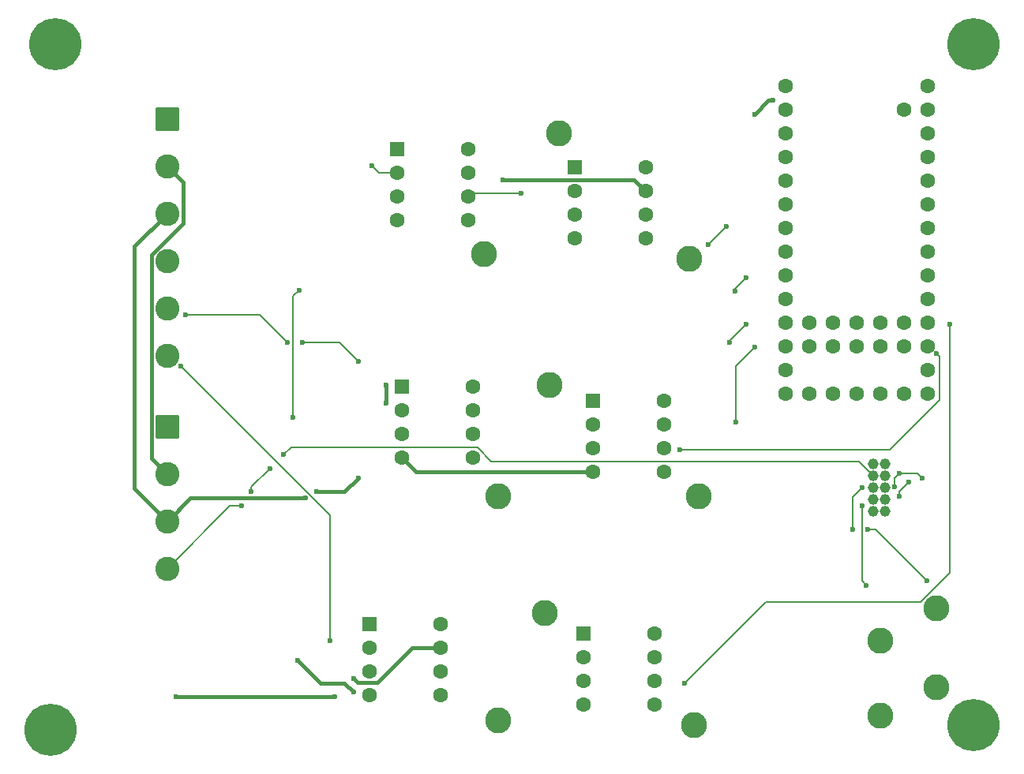
<source format=gbr>
%TF.GenerationSoftware,KiCad,Pcbnew,9.0.2*%
%TF.CreationDate,2025-07-17T12:33:06-04:00*%
%TF.ProjectId,Mirror+QC_Control,4d697272-6f72-42b5-9143-5f436f6e7472,rev?*%
%TF.SameCoordinates,Original*%
%TF.FileFunction,Copper,L2,Bot*%
%TF.FilePolarity,Positive*%
%FSLAX46Y46*%
G04 Gerber Fmt 4.6, Leading zero omitted, Abs format (unit mm)*
G04 Created by KiCad (PCBNEW 9.0.2) date 2025-07-17 12:33:06*
%MOMM*%
%LPD*%
G01*
G04 APERTURE LIST*
G04 Aperture macros list*
%AMRoundRect*
0 Rectangle with rounded corners*
0 $1 Rounding radius*
0 $2 $3 $4 $5 $6 $7 $8 $9 X,Y pos of 4 corners*
0 Add a 4 corners polygon primitive as box body*
4,1,4,$2,$3,$4,$5,$6,$7,$8,$9,$2,$3,0*
0 Add four circle primitives for the rounded corners*
1,1,$1+$1,$2,$3*
1,1,$1+$1,$4,$5*
1,1,$1+$1,$6,$7*
1,1,$1+$1,$8,$9*
0 Add four rect primitives between the rounded corners*
20,1,$1+$1,$2,$3,$4,$5,0*
20,1,$1+$1,$4,$5,$6,$7,0*
20,1,$1+$1,$6,$7,$8,$9,0*
20,1,$1+$1,$8,$9,$2,$3,0*%
G04 Aperture macros list end*
%TA.AperFunction,ComponentPad*%
%ADD10C,1.600000*%
%TD*%
%TA.AperFunction,ComponentPad*%
%ADD11C,1.168400*%
%TD*%
%TA.AperFunction,ComponentPad*%
%ADD12RoundRect,0.250000X-1.050000X1.050000X-1.050000X-1.050000X1.050000X-1.050000X1.050000X1.050000X0*%
%TD*%
%TA.AperFunction,ComponentPad*%
%ADD13C,2.600000*%
%TD*%
%TA.AperFunction,ComponentPad*%
%ADD14RoundRect,0.250000X-0.550000X-0.550000X0.550000X-0.550000X0.550000X0.550000X-0.550000X0.550000X0*%
%TD*%
%TA.AperFunction,ConnectorPad*%
%ADD15C,5.600000*%
%TD*%
%TA.AperFunction,ComponentPad*%
%ADD16C,3.600000*%
%TD*%
%TA.AperFunction,ComponentPad*%
%ADD17C,2.800000*%
%TD*%
%TA.AperFunction,ViaPad*%
%ADD18C,0.600000*%
%TD*%
%TA.AperFunction,Conductor*%
%ADD19C,0.200000*%
%TD*%
%TA.AperFunction,Conductor*%
%ADD20C,0.381000*%
%TD*%
G04 APERTURE END LIST*
D10*
%TO.P,U7,17,GND*%
%TO.N,GND*%
X130420000Y-65980000D03*
%TO.P,U7,18,PROGRAM*%
%TO.N,unconnected-(U7-PROGRAM-Pad18)*%
X132960000Y-65980000D03*
%TO.P,U7,19,ON_OFF*%
%TO.N,unconnected-(U7-ON_OFF-Pad19)*%
X135500000Y-65980000D03*
%TO.P,U7,20,13_SCK_CRX1_LED*%
%TO.N,/SCLK*%
X138040000Y-65980000D03*
%TO.P,U7,16,3V3*%
%TO.N,unconnected-(U7-3V3-Pad16)*%
X127880000Y-65980000D03*
%TO.P,U7,15,VBAT*%
%TO.N,unconnected-(U7-VBAT-Pad15)*%
X125340000Y-65980000D03*
%TO.P,U7,14,12_MISO_MQSL*%
%TO.N,unconnected-(U7-12_MISO_MQSL-Pad14)*%
X122800000Y-65980000D03*
%TO.P,U7,21,14_A0_TX3_SPDIF_OUT*%
%TO.N,/x_stage2*%
X138040000Y-63440000D03*
%TO.P,U7,22,15_A1_RX3_SPDIF_IN*%
%TO.N,/y_stage2*%
X138040000Y-60900000D03*
%TO.P,U7,23,16_A2_RX4_SCL1*%
%TO.N,/sum_stage2*%
X138040000Y-58360000D03*
%TO.P,U7,24,17_A3_TX4_SDA1*%
%TO.N,unconnected-(U7-17_A3_TX4_SDA1-Pad24)*%
X138040000Y-55820000D03*
%TO.P,U7,25,18_A4_SDA0*%
%TO.N,unconnected-(U7-18_A4_SDA0-Pad25)*%
X138040000Y-53280000D03*
%TO.P,U7,26,19_A5_SCL0*%
%TO.N,unconnected-(U7-19_A5_SCL0-Pad26)*%
X138040000Y-50740000D03*
%TO.P,U7,27,20_A6_TX5_LRCLK1*%
%TO.N,unconnected-(U7-20_A6_TX5_LRCLK1-Pad27)*%
X138040000Y-48200000D03*
%TO.P,U7,28,21_A7_RX5_BCLK1*%
%TO.N,unconnected-(U7-21_A7_RX5_BCLK1-Pad28)*%
X138040000Y-45660000D03*
%TO.P,U7,29,22_A8_CTX1*%
%TO.N,unconnected-(U7-22_A8_CTX1-Pad29)*%
X138040000Y-43120000D03*
%TO.P,U7,30,23_A9_CRX1_MCLK1*%
%TO.N,unconnected-(U7-23_A9_CRX1_MCLK1-Pad30)*%
X138040000Y-40580000D03*
%TO.P,U7,31,3V3*%
%TO.N,unconnected-(U7-3V3-Pad31)*%
X138040000Y-38040000D03*
%TO.P,U7,32,GND*%
%TO.N,GND*%
X138040000Y-35500000D03*
%TO.P,U7,33,VIN*%
%TO.N,unconnected-(U7-VIN-Pad33)*%
X138040000Y-32960000D03*
%TO.P,U7,34,VUSB*%
%TO.N,unconnected-(U7-VUSB-Pad34)*%
X135500000Y-35500000D03*
%TO.P,U7,13,11_MOSI_CTX1*%
%TO.N,/DIN*%
X122800000Y-63440000D03*
%TO.P,U7,12,10_CS_MQSR*%
%TO.N,/FCLK_Y*%
X122800000Y-60900000D03*
%TO.P,U7,11,9_OUT1C*%
%TO.N,/FCLK_X*%
X122800000Y-58360000D03*
%TO.P,U7,10,8_TX2_IN1*%
%TO.N,unconnected-(U7-8_TX2_IN1-Pad10)*%
X122800000Y-55820000D03*
%TO.P,U7,9,7_RX2_OUT1A*%
%TO.N,/SYNC*%
X122800000Y-53280000D03*
%TO.P,U7,8,6_OUT1D*%
%TO.N,unconnected-(U7-6_OUT1D-Pad8)*%
X122800000Y-50740000D03*
%TO.P,U7,7,5_IN2*%
%TO.N,/EN*%
X122800000Y-48200000D03*
%TO.P,U7,6,4_BCLK2*%
%TO.N,unconnected-(U7-4_BCLK2-Pad6)*%
X122800000Y-45660000D03*
%TO.P,U7,5,3_LRCLK2*%
%TO.N,unconnected-(U7-3_LRCLK2-Pad5)*%
X122800000Y-43120000D03*
%TO.P,U7,4,2_OUT2*%
%TO.N,unconnected-(U7-2_OUT2-Pad4)*%
X122800000Y-40580000D03*
%TO.P,U7,3,1_TX1_CTX2_MISO1*%
%TO.N,unconnected-(U7-1_TX1_CTX2_MISO1-Pad3)*%
X122800000Y-38040000D03*
%TO.P,U7,2,0_RX1_CRX2_CS1*%
%TO.N,unconnected-(U7-0_RX1_CRX2_CS1-Pad2)*%
X122800000Y-35500000D03*
%TO.P,U7,1,GND*%
%TO.N,GND*%
X122800000Y-32960000D03*
%TO.P,U7,35,24_A10_TX6_SCL2*%
%TO.N,unconnected-(U7-24_A10_TX6_SCL2-Pad35)*%
X135500000Y-60900000D03*
%TO.P,U7,36,25_A11_RX6_SDA2*%
%TO.N,unconnected-(U7-25_A11_RX6_SDA2-Pad36)*%
X135500000Y-58360000D03*
%TO.P,U7,37,26_A12_MOSI1*%
%TO.N,unconnected-(U7-26_A12_MOSI1-Pad37)*%
X132960000Y-60900000D03*
%TO.P,U7,38,27_A13_SCK1*%
%TO.N,unconnected-(U7-27_A13_SCK1-Pad38)*%
X132960000Y-58360000D03*
%TO.P,U7,39,28_RX7*%
%TO.N,unconnected-(U7-28_RX7-Pad39)*%
X130420000Y-60900000D03*
%TO.P,U7,40,29_TX7*%
%TO.N,unconnected-(U7-29_TX7-Pad40)*%
X130420000Y-58360000D03*
%TO.P,U7,41,30_CRX3*%
%TO.N,unconnected-(U7-30_CRX3-Pad41)*%
X127880000Y-60900000D03*
%TO.P,U7,42,31_CTX3*%
%TO.N,unconnected-(U7-31_CTX3-Pad42)*%
X127880000Y-58360000D03*
%TO.P,U7,43,32_OUT1B*%
%TO.N,unconnected-(U7-32_OUT1B-Pad43)*%
X125340000Y-60900000D03*
%TO.P,U7,44,33_MCLK2*%
%TO.N,unconnected-(U7-33_MCLK2-Pad44)*%
X125340000Y-58360000D03*
%TD*%
D11*
%TO.P,J4,1,1*%
%TO.N,unconnected-(J4-Pad1)*%
X132230000Y-73500000D03*
%TO.P,J4,2,2*%
%TO.N,unconnected-(J4-Pad2)*%
X133500000Y-73500000D03*
%TO.P,J4,3,3*%
%TO.N,+5V*%
X132230000Y-74770000D03*
%TO.P,J4,4,4*%
%TO.N,GND*%
X133500000Y-74770000D03*
%TO.P,J4,5,5*%
%TO.N,/EN*%
X132230000Y-76040000D03*
%TO.P,J4,6,6*%
%TO.N,/DIN*%
X133500000Y-76040000D03*
%TO.P,J4,7,7*%
%TO.N,/SYNC*%
X132230000Y-77310000D03*
%TO.P,J4,8,8*%
%TO.N,/SCLK*%
X133500000Y-77310000D03*
%TO.P,J4,9,9*%
%TO.N,/FCLK_X*%
X132230000Y-78580000D03*
%TO.P,J4,10,10*%
%TO.N,/FCLK_Y*%
X133500000Y-78580000D03*
%TD*%
D12*
%TO.P,J3,1,Pin_1*%
%TO.N,GND*%
X56500000Y-36500000D03*
D13*
%TO.P,J3,2,Pin_2*%
%TO.N,+15V*%
X56500000Y-41580000D03*
%TO.P,J3,3,Pin_3*%
%TO.N,-15V*%
X56500000Y-46660000D03*
%TO.P,J3,4,Pin_4*%
%TO.N,/x+*%
X56500000Y-51740000D03*
%TO.P,J3,5,Pin_5*%
%TO.N,/y+*%
X56500000Y-56820000D03*
%TO.P,J3,6,Pin_6*%
%TO.N,/sum*%
X56500000Y-61900000D03*
%TD*%
D14*
%TO.P,U11,1,BAL*%
%TO.N,unconnected-(U11-BAL-Pad1)*%
X100195000Y-41690000D03*
D10*
%TO.P,U11,2,-*%
%TO.N,Net-(U11--)*%
X100195000Y-44230000D03*
%TO.P,U11,3,+*%
%TO.N,GND*%
X100195000Y-46770000D03*
%TO.P,U11,4,V-*%
%TO.N,-15V*%
X100195000Y-49310000D03*
%TO.P,U11,5,COMP*%
%TO.N,unconnected-(U11-COMP-Pad5)*%
X107815000Y-49310000D03*
%TO.P,U11,6*%
%TO.N,/x_stage2*%
X107815000Y-46770000D03*
%TO.P,U11,7,V+*%
%TO.N,+15V*%
X107815000Y-44230000D03*
%TO.P,U11,8,C/B*%
%TO.N,unconnected-(U11-C{slash}B-Pad8)*%
X107815000Y-41690000D03*
%TD*%
D14*
%TO.P,U10,1,BAL*%
%TO.N,unconnected-(U10-BAL-Pad1)*%
X81195000Y-39690000D03*
D10*
%TO.P,U10,2,-*%
%TO.N,Net-(U10--)*%
X81195000Y-42230000D03*
%TO.P,U10,3,+*%
%TO.N,GND*%
X81195000Y-44770000D03*
%TO.P,U10,4,V-*%
%TO.N,-15V*%
X81195000Y-47310000D03*
%TO.P,U10,5,COMP*%
%TO.N,unconnected-(U10-COMP-Pad5)*%
X88815000Y-47310000D03*
%TO.P,U10,6*%
%TO.N,/x_stage1*%
X88815000Y-44770000D03*
%TO.P,U10,7,V+*%
%TO.N,+15V*%
X88815000Y-42230000D03*
%TO.P,U10,8,C/B*%
%TO.N,unconnected-(U10-C{slash}B-Pad8)*%
X88815000Y-39690000D03*
%TD*%
D14*
%TO.P,U6,1,BAL*%
%TO.N,unconnected-(U6-BAL-Pad1)*%
X101195000Y-91690000D03*
D10*
%TO.P,U6,2,-*%
%TO.N,Net-(U6--)*%
X101195000Y-94230000D03*
%TO.P,U6,3,+*%
%TO.N,GND*%
X101195000Y-96770000D03*
%TO.P,U6,4,V-*%
%TO.N,-15V*%
X101195000Y-99310000D03*
%TO.P,U6,5,COMP*%
%TO.N,unconnected-(U6-COMP-Pad5)*%
X108815000Y-99310000D03*
%TO.P,U6,6*%
%TO.N,/sum_stage2*%
X108815000Y-96770000D03*
%TO.P,U6,7,V+*%
%TO.N,+15V*%
X108815000Y-94230000D03*
%TO.P,U6,8,C/B*%
%TO.N,unconnected-(U6-C{slash}B-Pad8)*%
X108815000Y-91690000D03*
%TD*%
D14*
%TO.P,U5,1,BAL*%
%TO.N,unconnected-(U5-BAL-Pad1)*%
X78195000Y-90690000D03*
D10*
%TO.P,U5,2,-*%
%TO.N,Net-(U5--)*%
X78195000Y-93230000D03*
%TO.P,U5,3,+*%
%TO.N,GND*%
X78195000Y-95770000D03*
%TO.P,U5,4,V-*%
%TO.N,-15V*%
X78195000Y-98310000D03*
%TO.P,U5,5,COMP*%
%TO.N,unconnected-(U5-COMP-Pad5)*%
X85815000Y-98310000D03*
%TO.P,U5,6*%
%TO.N,/sum_stage1*%
X85815000Y-95770000D03*
%TO.P,U5,7,V+*%
%TO.N,+15V*%
X85815000Y-93230000D03*
%TO.P,U5,8,C/B*%
%TO.N,unconnected-(U5-C{slash}B-Pad8)*%
X85815000Y-90690000D03*
%TD*%
D14*
%TO.P,U3,1,BAL*%
%TO.N,unconnected-(U3-BAL-Pad1)*%
X102195000Y-66690000D03*
D10*
%TO.P,U3,2,-*%
%TO.N,Net-(U3--)*%
X102195000Y-69230000D03*
%TO.P,U3,3,+*%
%TO.N,GND*%
X102195000Y-71770000D03*
%TO.P,U3,4,V-*%
%TO.N,-15V*%
X102195000Y-74310000D03*
%TO.P,U3,5,COMP*%
%TO.N,unconnected-(U3-COMP-Pad5)*%
X109815000Y-74310000D03*
%TO.P,U3,6*%
%TO.N,/y_stage2*%
X109815000Y-71770000D03*
%TO.P,U3,7,V+*%
%TO.N,+15V*%
X109815000Y-69230000D03*
%TO.P,U3,8,C/B*%
%TO.N,unconnected-(U3-C{slash}B-Pad8)*%
X109815000Y-66690000D03*
%TD*%
D14*
%TO.P,U1,1,BAL*%
%TO.N,unconnected-(U1-BAL-Pad1)*%
X81695000Y-65190000D03*
D10*
%TO.P,U1,2,-*%
%TO.N,Net-(U1--)*%
X81695000Y-67730000D03*
%TO.P,U1,3,+*%
%TO.N,GND*%
X81695000Y-70270000D03*
%TO.P,U1,4,V-*%
%TO.N,-15V*%
X81695000Y-72810000D03*
%TO.P,U1,5,COMP*%
%TO.N,unconnected-(U1-COMP-Pad5)*%
X89315000Y-72810000D03*
%TO.P,U1,6*%
%TO.N,/y_stage1*%
X89315000Y-70270000D03*
%TO.P,U1,7,V+*%
%TO.N,+15V*%
X89315000Y-67730000D03*
%TO.P,U1,8,C/B*%
%TO.N,unconnected-(U1-C{slash}B-Pad8)*%
X89315000Y-65190000D03*
%TD*%
D15*
%TO.P,H1,1*%
%TO.N,N/C*%
X44500000Y-28500000D03*
D16*
X44500000Y-28500000D03*
%TD*%
%TO.P,H2,1*%
%TO.N,N/C*%
X44000000Y-102000000D03*
D15*
X44000000Y-102000000D03*
%TD*%
D16*
%TO.P,H3,1*%
%TO.N,N/C*%
X143000000Y-28500000D03*
D15*
X143000000Y-28500000D03*
%TD*%
%TO.P,H4,1*%
%TO.N,N/C*%
X143000000Y-101500000D03*
D16*
X143000000Y-101500000D03*
%TD*%
D17*
%TO.P,TP_EN1,1,1*%
%TO.N,/EN*%
X139000000Y-89000000D03*
%TD*%
%TO.P,SumStage1,1,1*%
%TO.N,/sum_stage1*%
X92000000Y-101000000D03*
%TD*%
%TO.P,SumStage2,1,1*%
%TO.N,/sum_stage2*%
X113000000Y-101500000D03*
%TD*%
%TO.P,GND3,1,1*%
%TO.N,GND*%
X97000000Y-89500000D03*
%TD*%
%TO.P,GND2,1,1*%
%TO.N,GND*%
X97500000Y-65000000D03*
%TD*%
%TO.P,YStage1,1,1*%
%TO.N,/y_stage1*%
X92000000Y-77000000D03*
%TD*%
%TO.P,YStage2,1,1*%
%TO.N,/y_stage2*%
X113500000Y-77000000D03*
%TD*%
%TO.P,GND4,1,1*%
%TO.N,GND*%
X139000000Y-97500000D03*
%TD*%
%TO.P,TP_DIN1,1,1*%
%TO.N,/DIN*%
X133000000Y-100500000D03*
%TD*%
%TO.P,TP_SYNC1,1,1*%
%TO.N,/SYNC*%
X133000000Y-92500000D03*
%TD*%
%TO.P,GND1,1,1*%
%TO.N,GND*%
X98500000Y-38000000D03*
%TD*%
%TO.P,XStage1,1,1*%
%TO.N,/x_stage1*%
X90500000Y-51000000D03*
%TD*%
%TO.P,XStage2,1,1*%
%TO.N,/x_stage2*%
X112500000Y-51500000D03*
%TD*%
D12*
%TO.P,J2,1,Pin_1*%
%TO.N,GND*%
X56500000Y-69500000D03*
D13*
%TO.P,J2,2,Pin_2*%
%TO.N,+15V*%
X56500000Y-74580000D03*
%TO.P,J2,3,Pin_3*%
%TO.N,-15V*%
X56500000Y-79660000D03*
%TO.P,J2,4,Pin_4*%
%TO.N,+5V*%
X56500000Y-84740000D03*
%TD*%
D18*
%TO.N,+5V*%
X69000000Y-72500000D03*
X67500000Y-74000000D03*
X65500000Y-76483765D03*
X64500000Y-78000000D03*
%TO.N,-15V*%
X77000000Y-75000000D03*
X71325735Y-77174265D03*
X72500000Y-76500000D03*
%TO.N,/sum*%
X74000000Y-92500000D03*
X58000000Y-63000000D03*
%TO.N,/y+*%
X77000000Y-62500000D03*
X69400000Y-60500000D03*
X71000000Y-60500000D03*
X58500000Y-57500000D03*
%TO.N,+5V*%
X70000000Y-68500000D03*
%TO.N,/x_stage1*%
X94500000Y-44500000D03*
%TO.N,+15V*%
X92500000Y-43000000D03*
%TO.N,Net-(U10--)*%
X78500000Y-41500000D03*
%TO.N,+15V*%
X57500000Y-98500000D03*
X74500000Y-98500000D03*
%TO.N,GND*%
X121500000Y-34500000D03*
X119500000Y-36000000D03*
%TO.N,-15V*%
X76500000Y-98000000D03*
X70500000Y-94578500D03*
%TO.N,+15V*%
X76500000Y-96500000D03*
%TO.N,/sum_stage2*%
X112000000Y-97000000D03*
X140400000Y-58500000D03*
%TO.N,/y_stage2*%
X138973605Y-61657866D03*
X111500000Y-72000000D03*
%TO.N,/x_stage2*%
X116500000Y-48000000D03*
X114500000Y-50000000D03*
%TO.N,/DIN*%
X137500000Y-75000000D03*
%TO.N,/EN*%
X130000000Y-80500000D03*
X138000000Y-86000000D03*
X131600000Y-80500000D03*
X131000000Y-76040000D03*
%TO.N,/SYNC*%
X131000000Y-77980000D03*
X131505040Y-86505040D03*
%TO.N,/FCLK_Y*%
X117500000Y-69000000D03*
X119500000Y-61000000D03*
%TO.N,/SCLK*%
X136016349Y-75483651D03*
X135000000Y-77000000D03*
%TO.N,/DIN*%
X135016349Y-74483651D03*
X134500000Y-76000000D03*
%TO.N,/FCLK_X*%
X116800000Y-60500000D03*
X118600000Y-58500000D03*
%TO.N,/SYNC*%
X118600000Y-53500000D03*
X117400000Y-55000000D03*
%TO.N,+5V*%
X70634265Y-54865735D03*
%TO.N,-15V*%
X80000000Y-65000000D03*
X80000000Y-67000000D03*
%TD*%
D19*
%TO.N,+5V*%
X132230000Y-74770000D02*
X130669000Y-73209000D01*
X69791000Y-71709000D02*
X69000000Y-72500000D01*
X130669000Y-73209000D02*
X91271050Y-73209000D01*
X91271050Y-73209000D02*
X89771050Y-71709000D01*
X89771050Y-71709000D02*
X69791000Y-71709000D01*
X56500000Y-84740000D02*
X63240000Y-78000000D01*
X63240000Y-78000000D02*
X64500000Y-78000000D01*
X65500000Y-76483765D02*
X65500000Y-76000000D01*
X65500000Y-76000000D02*
X67500000Y-74000000D01*
D20*
%TO.N,-15V*%
X56500000Y-79660000D02*
X58985735Y-77174265D01*
X58985735Y-77174265D02*
X71325735Y-77174265D01*
X72500000Y-76500000D02*
X75500000Y-76500000D01*
X75500000Y-76500000D02*
X77000000Y-75000000D01*
%TO.N,+15V*%
X56500000Y-41580000D02*
X58191500Y-43271500D01*
X58191500Y-43271500D02*
X58191500Y-47656357D01*
X58191500Y-47656357D02*
X54808500Y-51039357D01*
X54808500Y-51039357D02*
X54808500Y-72888500D01*
X54808500Y-72888500D02*
X56500000Y-74580000D01*
%TO.N,-15V*%
X56500000Y-79660000D02*
X53000000Y-76160000D01*
X53000000Y-76160000D02*
X53000000Y-50160000D01*
X53000000Y-50160000D02*
X56500000Y-46660000D01*
D19*
%TO.N,/sum*%
X74000000Y-79000000D02*
X74000000Y-92500000D01*
X58000000Y-63000000D02*
X74000000Y-79000000D01*
%TO.N,/y+*%
X75000000Y-60500000D02*
X77000000Y-62500000D01*
X71000000Y-60500000D02*
X75000000Y-60500000D01*
X58500000Y-57500000D02*
X66400000Y-57500000D01*
X66400000Y-57500000D02*
X69400000Y-60500000D01*
%TO.N,+5V*%
X70000000Y-56000000D02*
X70000000Y-68500000D01*
D20*
%TO.N,-15V*%
X81695000Y-72810000D02*
X83195000Y-74310000D01*
X83195000Y-74310000D02*
X102195000Y-74310000D01*
D19*
%TO.N,/x_stage1*%
X88815000Y-44770000D02*
X88815000Y-44685000D01*
X89000000Y-44500000D02*
X94500000Y-44500000D01*
X88815000Y-44685000D02*
X89000000Y-44500000D01*
D20*
%TO.N,+15V*%
X92500000Y-43000000D02*
X106585000Y-43000000D01*
X106585000Y-43000000D02*
X107815000Y-44230000D01*
D19*
%TO.N,Net-(U10--)*%
X78500000Y-41500000D02*
X79230000Y-42230000D01*
X79230000Y-42230000D02*
X81195000Y-42230000D01*
D20*
%TO.N,+15V*%
X57500000Y-98500000D02*
X74500000Y-98500000D01*
%TO.N,-15V*%
X72921500Y-97000000D02*
X75500000Y-97000000D01*
X70500000Y-94578500D02*
X72921500Y-97000000D01*
X75500000Y-97000000D02*
X76500000Y-98000000D01*
%TO.N,+15V*%
X76500000Y-96500000D02*
X76961500Y-96961500D01*
X76961500Y-96961500D02*
X79038500Y-96961500D01*
X79038500Y-96961500D02*
X82770000Y-93230000D01*
X82770000Y-93230000D02*
X85815000Y-93230000D01*
%TO.N,GND*%
X121000000Y-34500000D02*
X119500000Y-36000000D01*
X121500000Y-34500000D02*
X121000000Y-34500000D01*
D19*
%TO.N,/sum_stage2*%
X140400000Y-85194422D02*
X137299000Y-88295422D01*
X140400000Y-58500000D02*
X140400000Y-85194422D01*
X137299000Y-88295422D02*
X120704578Y-88295422D01*
X120704578Y-88295422D02*
X112000000Y-97000000D01*
%TO.N,/y_stage2*%
X138973605Y-61657866D02*
X139315735Y-61999996D01*
X139315735Y-61999996D02*
X139315735Y-66684265D01*
X134000000Y-72000000D02*
X111500000Y-72000000D01*
X139315735Y-66684265D02*
X134000000Y-72000000D01*
%TO.N,/x_stage2*%
X114500000Y-50000000D02*
X116500000Y-48000000D01*
%TO.N,/DIN*%
X137500000Y-75000000D02*
X136983651Y-74483651D01*
X136983651Y-74483651D02*
X135016349Y-74483651D01*
%TO.N,/EN*%
X138000000Y-86000000D02*
X132500000Y-80500000D01*
X130000000Y-77040000D02*
X131000000Y-76040000D01*
X132500000Y-80500000D02*
X131600000Y-80500000D01*
X130000000Y-80500000D02*
X130000000Y-77040000D01*
%TO.N,/SYNC*%
X131000000Y-86000000D02*
X131000000Y-77980000D01*
X131505040Y-86505040D02*
X131000000Y-86000000D01*
%TO.N,/FCLK_Y*%
X117500000Y-63000000D02*
X119500000Y-61000000D01*
X117500000Y-69000000D02*
X117500000Y-63000000D01*
%TO.N,/SCLK*%
X135000000Y-77000000D02*
X135000000Y-76500000D01*
X135000000Y-76500000D02*
X136016349Y-75483651D01*
%TO.N,/DIN*%
X134500000Y-75000000D02*
X135016349Y-74483651D01*
X134500000Y-76000000D02*
X134500000Y-75000000D01*
%TO.N,/FCLK_X*%
X116800000Y-60500000D02*
X116800000Y-60300000D01*
X116800000Y-60300000D02*
X118600000Y-58500000D01*
%TO.N,/SYNC*%
X117400000Y-54700000D02*
X118600000Y-53500000D01*
X117400000Y-55000000D02*
X117400000Y-54700000D01*
%TO.N,+5V*%
X70000000Y-55500000D02*
X70634265Y-54865735D01*
X70000000Y-56000000D02*
X70000000Y-55500000D01*
D20*
%TO.N,-15V*%
X80000000Y-67000000D02*
X80000000Y-65000000D01*
%TD*%
M02*

</source>
